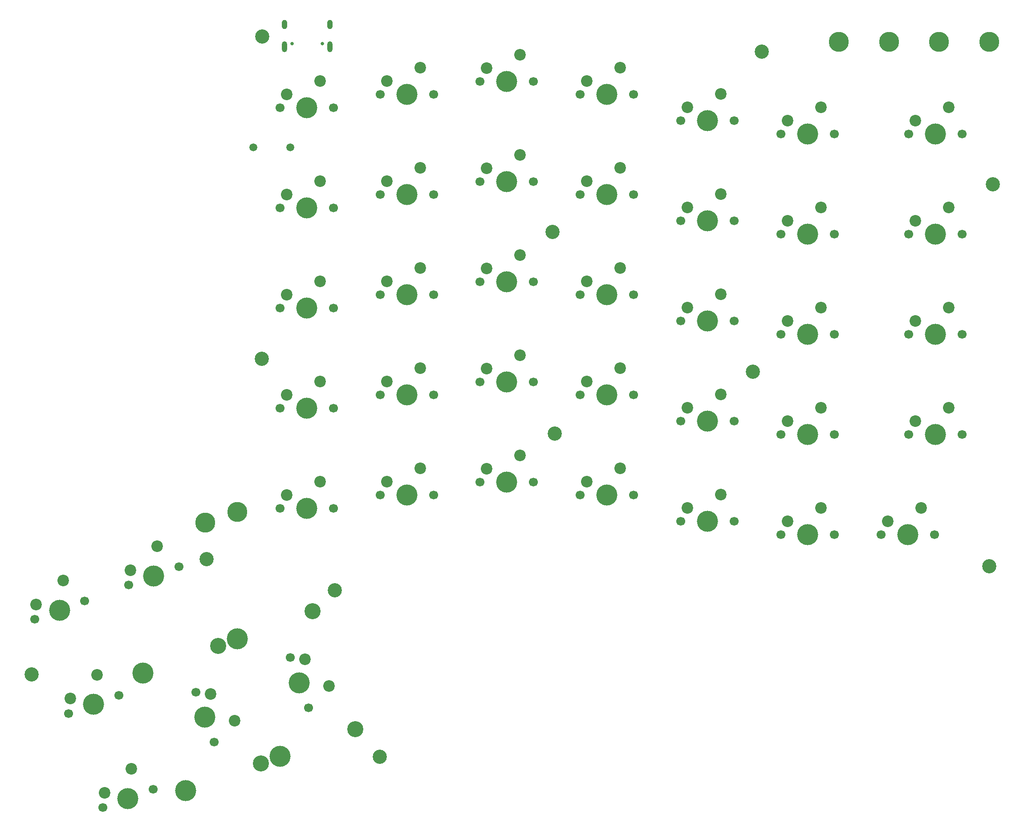
<source format=gts>
G04 #@! TF.GenerationSoftware,KiCad,Pcbnew,7.0.5*
G04 #@! TF.CreationDate,2025-01-08T21:54:48-05:00*
G04 #@! TF.ProjectId,JasonSplitErgoKeyboard_Right,4a61736f-6e53-4706-9c69-744572676f4b,rev?*
G04 #@! TF.SameCoordinates,Original*
G04 #@! TF.FileFunction,Soldermask,Top*
G04 #@! TF.FilePolarity,Negative*
%FSLAX46Y46*%
G04 Gerber Fmt 4.6, Leading zero omitted, Abs format (unit mm)*
G04 Created by KiCad (PCBNEW 7.0.5) date 2025-01-08 21:54:48*
%MOMM*%
%LPD*%
G01*
G04 APERTURE LIST*
%ADD10C,2.700000*%
%ADD11C,1.700000*%
%ADD12C,4.000000*%
%ADD13C,2.200000*%
%ADD14C,3.800000*%
%ADD15C,3.050000*%
%ADD16C,1.500000*%
%ADD17C,0.650000*%
%ADD18O,1.000000X1.800000*%
%ADD19O,1.000000X2.100000*%
G04 APERTURE END LIST*
D10*
X276100000Y-89100000D03*
D11*
X197640000Y-72030000D03*
D12*
X202720000Y-72030000D03*
D11*
X207800000Y-72030000D03*
D13*
X205260000Y-66950000D03*
X198910000Y-69490000D03*
D11*
X178600000Y-126680000D03*
D12*
X183680000Y-126680000D03*
D11*
X188760000Y-126680000D03*
D13*
X186220000Y-121600000D03*
X179870000Y-124140000D03*
D14*
X265895000Y-62020000D03*
D11*
X197640000Y-129180000D03*
D12*
X202720000Y-129180000D03*
D11*
X207800000Y-129180000D03*
D13*
X205260000Y-124100000D03*
X198910000Y-126640000D03*
D11*
X216750000Y-134190000D03*
D12*
X221830000Y-134190000D03*
D11*
X226910000Y-134190000D03*
D13*
X224370000Y-129110000D03*
X218020000Y-131650000D03*
D11*
X254830000Y-155720000D03*
D12*
X259910000Y-155720000D03*
D11*
X264990000Y-155720000D03*
D13*
X262450000Y-150640000D03*
X256100000Y-153180000D03*
D10*
X151000000Y-166300000D03*
D11*
X216750000Y-153240000D03*
D12*
X221830000Y-153240000D03*
D11*
X226910000Y-153240000D03*
D13*
X224370000Y-148160000D03*
X218020000Y-150700000D03*
D11*
X197640000Y-148230000D03*
D12*
X202720000Y-148230000D03*
D11*
X207800000Y-148230000D03*
D13*
X205260000Y-143150000D03*
X198910000Y-145690000D03*
D11*
X260110000Y-98580000D03*
D12*
X265190000Y-98580000D03*
D11*
X270270000Y-98580000D03*
D13*
X267730000Y-93500000D03*
X261380000Y-96040000D03*
D15*
X128780346Y-176899878D03*
D12*
X114459430Y-182112265D03*
D11*
X124535075Y-185702723D03*
D12*
X126272537Y-190476361D03*
D11*
X128010000Y-195250000D03*
D15*
X136920425Y-199264562D03*
D12*
X122599510Y-204476949D03*
D13*
X131914907Y-191125718D03*
X127356260Y-186027401D03*
D14*
X275420000Y-62020000D03*
D11*
X111767005Y-165349832D03*
D12*
X116540643Y-163612370D03*
D11*
X121314282Y-161874907D03*
D13*
X117190000Y-157970000D03*
X112091683Y-162528647D03*
D10*
X137200000Y-61000000D03*
D11*
X260110000Y-79530000D03*
D12*
X265190000Y-79530000D03*
D11*
X270270000Y-79530000D03*
D13*
X267730000Y-74450000D03*
X261380000Y-76990000D03*
D10*
X126600000Y-160400000D03*
D14*
X256370000Y-62020000D03*
X246845000Y-62020000D03*
D11*
X140540000Y-112640000D03*
D12*
X145620000Y-112640000D03*
D11*
X150700000Y-112640000D03*
D13*
X148160000Y-107560000D03*
X141810000Y-110100000D03*
D10*
X159500000Y-198000000D03*
D11*
X260110000Y-117630000D03*
D12*
X265190000Y-117630000D03*
D11*
X270270000Y-117630000D03*
D13*
X267730000Y-112550000D03*
X261380000Y-115090000D03*
D11*
X178600000Y-69530000D03*
D12*
X183680000Y-69530000D03*
D11*
X188760000Y-69530000D03*
D13*
X186220000Y-64450000D03*
X179870000Y-66990000D03*
D10*
X93300000Y-182300000D03*
X137100000Y-122300000D03*
D11*
X106852723Y-207694925D03*
D12*
X111626361Y-205957463D03*
D11*
X116400000Y-204220000D03*
D13*
X112275718Y-200315093D03*
X107177401Y-204873740D03*
D11*
X216750000Y-115140000D03*
D12*
X221830000Y-115140000D03*
D11*
X226910000Y-115140000D03*
D13*
X224370000Y-110060000D03*
X218020000Y-112600000D03*
D15*
X146717809Y-170353517D03*
D12*
X132396893Y-175565904D03*
D11*
X142472538Y-179156362D03*
D12*
X144210000Y-183930000D03*
D11*
X145947463Y-188703639D03*
D15*
X154857888Y-192718201D03*
D12*
X140536973Y-197930588D03*
D13*
X149852370Y-184579357D03*
X145293723Y-179481040D03*
D10*
X232200000Y-63900000D03*
D11*
X159580000Y-129190000D03*
D12*
X164660000Y-129190000D03*
D11*
X169740000Y-129190000D03*
D13*
X167200000Y-124110000D03*
X160850000Y-126650000D03*
D11*
X140540000Y-93590000D03*
D12*
X145620000Y-93590000D03*
D11*
X150700000Y-93590000D03*
D13*
X148160000Y-88510000D03*
X141810000Y-91050000D03*
D11*
X140540000Y-74540000D03*
D12*
X145620000Y-74540000D03*
D11*
X150700000Y-74540000D03*
D13*
X148160000Y-69460000D03*
X141810000Y-72000000D03*
D11*
X159580000Y-110140000D03*
D12*
X164660000Y-110140000D03*
D11*
X169740000Y-110140000D03*
D13*
X167200000Y-105060000D03*
X160850000Y-107600000D03*
D11*
X93877005Y-171869832D03*
D12*
X98650643Y-170132370D03*
D11*
X103424282Y-168394907D03*
D13*
X99300000Y-164490000D03*
X94201683Y-169048647D03*
D11*
X178600000Y-145730000D03*
D12*
X183680000Y-145730000D03*
D11*
X188760000Y-145730000D03*
D13*
X186220000Y-140650000D03*
X179870000Y-143190000D03*
D10*
X192400000Y-98200000D03*
D11*
X216750000Y-96090000D03*
D12*
X221830000Y-96090000D03*
D11*
X226910000Y-96090000D03*
D13*
X224370000Y-91010000D03*
X218020000Y-93550000D03*
D11*
X159580000Y-91090000D03*
D12*
X164660000Y-91090000D03*
D11*
X169740000Y-91090000D03*
D13*
X167200000Y-86010000D03*
X160850000Y-88550000D03*
D11*
X235790000Y-136670000D03*
D12*
X240870000Y-136670000D03*
D11*
X245950000Y-136670000D03*
D13*
X243410000Y-131590000D03*
X237060000Y-134130000D03*
D11*
X197640000Y-110130000D03*
D12*
X202720000Y-110130000D03*
D11*
X207800000Y-110130000D03*
D13*
X205260000Y-105050000D03*
X198910000Y-107590000D03*
D11*
X235790000Y-79520000D03*
D12*
X240870000Y-79520000D03*
D11*
X245950000Y-79520000D03*
D13*
X243410000Y-74440000D03*
X237060000Y-76980000D03*
D10*
X230500000Y-124800000D03*
D11*
X197640000Y-91080000D03*
D12*
X202720000Y-91080000D03*
D11*
X207800000Y-91080000D03*
D13*
X205260000Y-86000000D03*
X198910000Y-88540000D03*
D11*
X235790000Y-117620000D03*
D12*
X240870000Y-117620000D03*
D11*
X245950000Y-117620000D03*
D13*
X243410000Y-112540000D03*
X237060000Y-115080000D03*
D11*
X140540000Y-131690000D03*
D12*
X145620000Y-131690000D03*
D11*
X150700000Y-131690000D03*
D13*
X148160000Y-126610000D03*
X141810000Y-129150000D03*
D11*
X235790000Y-155720000D03*
D12*
X240870000Y-155720000D03*
D11*
X245950000Y-155720000D03*
D13*
X243410000Y-150640000D03*
X237060000Y-153180000D03*
D10*
X275400000Y-161800000D03*
D11*
X100347005Y-189769832D03*
D12*
X105120643Y-188032370D03*
D11*
X109894282Y-186294907D03*
D13*
X105770000Y-182390000D03*
X100671683Y-186948647D03*
D11*
X178600000Y-107630000D03*
D12*
X183680000Y-107630000D03*
D11*
X188760000Y-107630000D03*
D13*
X186220000Y-102550000D03*
X179870000Y-105090000D03*
D11*
X178600000Y-88580000D03*
D12*
X183680000Y-88580000D03*
D11*
X188760000Y-88580000D03*
D13*
X186220000Y-83500000D03*
X179870000Y-86040000D03*
D11*
X216740000Y-77040000D03*
D12*
X221820000Y-77040000D03*
D11*
X226900000Y-77040000D03*
D13*
X224360000Y-71960000D03*
X218010000Y-74500000D03*
D11*
X159580000Y-72040000D03*
D12*
X164660000Y-72040000D03*
D11*
X169740000Y-72040000D03*
D13*
X167200000Y-66960000D03*
X160850000Y-69500000D03*
D11*
X235790000Y-98570000D03*
D12*
X240870000Y-98570000D03*
D11*
X245950000Y-98570000D03*
D13*
X243410000Y-93490000D03*
X237060000Y-96030000D03*
D11*
X260110000Y-136680000D03*
D12*
X265190000Y-136680000D03*
D11*
X270270000Y-136680000D03*
D13*
X267730000Y-131600000D03*
X261380000Y-134140000D03*
D11*
X140540000Y-150740000D03*
D12*
X145620000Y-150740000D03*
D11*
X150700000Y-150740000D03*
D13*
X148160000Y-145660000D03*
X141810000Y-148200000D03*
D10*
X192800000Y-136500000D03*
D11*
X159580000Y-148240000D03*
D12*
X164660000Y-148240000D03*
D11*
X169740000Y-148240000D03*
D13*
X167200000Y-143160000D03*
X160850000Y-145700000D03*
D14*
X132420000Y-151410000D03*
X126310000Y-153450000D03*
D16*
X135525000Y-82100000D03*
X142525000Y-82100000D03*
D17*
X142870000Y-62400000D03*
X148650000Y-62400000D03*
D18*
X141440000Y-58720000D03*
D19*
X141440000Y-62920000D03*
D18*
X150080000Y-58720000D03*
D19*
X150080000Y-62920000D03*
M02*

</source>
